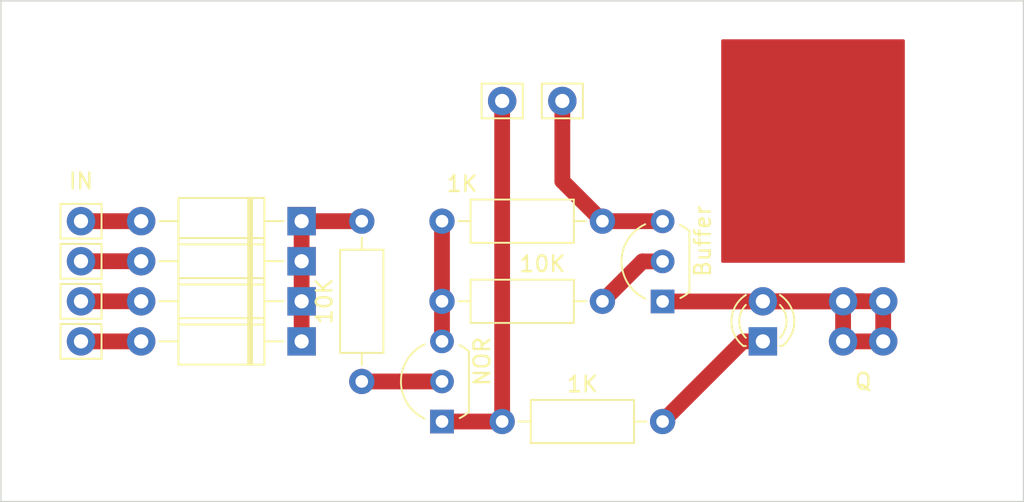
<source format=kicad_pcb>
(kicad_pcb (version 20221018) (generator pcbnew)
  (layers (0 "F.Cu" signal) (31 "B.Cu" signal) (34 "B.Paste" user) (35 "F.Paste" user) (36 "B.SilkS" user "B.Silkscreen") (37 "F.SilkS" user "F.Silkscreen") (38 "B.Mask" user) (39 "F.Mask" user) (44 "Edge.Cuts" user))
  (net 0 "")
  (footprint "Connector_Pin:Pin_D0.9mm_L10.0mm_W2.4mm_FlatFork" (layer "F.Cu") (at 77.47 43.18)
    (fp_text reference "5V" hide)
    (fp_text value "Pin_D0.9mm_L10.0mm_W2.4mm_FlatFork" hide)
    (fp_line (start -1.3 -1.1) (end -1.3 0.6) (stroke (width 0.12)) (layer "F.SilkS"))
    (fp_line (start -1.3 0.6) (end -1.3 1.1) (stroke (width 0.12)) (layer "F.SilkS"))
    (fp_line (start -1.3 1.1) (end 1.3 1.1) (stroke (width 0.12)) (layer "F.SilkS"))
    (fp_line (start 1.3 -1.1) (end -1.3 -1.1) (stroke (width 0.12)) (layer "F.SilkS"))
    (fp_line (start 1.3 1.1) (end 1.3 -1.1) (stroke (width 0.12)) (layer "F.SilkS"))
    (pad "1" thru_hole circle (at 0 0) (size 1.8 1.8) (drill 0.9) (layers "*.Cu" "*.Mask"))
  )
  (footprint "Connector_Pin:Pin_D0.9mm_L10.0mm_W2.4mm_FlatFork" (layer "F.Cu") (at 46.99 55.88)
    (fp_text reference "IN" hide)
    (fp_text value "Pin_D0.9mm_L10.0mm_W2.4mm_FlatFork" hide)
    (fp_line (start -1.3 -1.1) (end -1.3 0.6) (stroke (width 0.12)) (layer "F.SilkS"))
    (fp_line (start -1.3 0.6) (end -1.3 1.1) (stroke (width 0.12)) (layer "F.SilkS"))
    (fp_line (start -1.3 1.1) (end 1.3 1.1) (stroke (width 0.12)) (layer "F.SilkS"))
    (fp_line (start 1.3 -1.1) (end -1.3 -1.1) (stroke (width 0.12)) (layer "F.SilkS"))
    (fp_line (start 1.3 1.1) (end 1.3 -1.1) (stroke (width 0.12)) (layer "F.SilkS"))
    (pad "1" thru_hole circle (at 0 0) (size 1.8 1.8) (drill 0.9) (layers "*.Cu" "*.Mask"))
  )
  (footprint "Package_TO_SOT_THT:TO-92L_Inline_Wide" (layer "F.Cu") (at 69.85 63.5 90)
    (fp_text reference "NOR" (at 3.81 2.54 90) (layer "F.SilkS"))
    (fp_text value "TO-92L_Inline_Wide" hide)
    (fp_line (start 0.6 1.7) (end 4.45 1.7) (stroke (width 0.12)) (layer "F.SilkS"))
    (fp_arc (start 0.1836 -1.098807) (mid 1.143021 -2.192817) (end 2.54 -2.6) (stroke (width 0.12)) (layer "F.SilkS"))
    (fp_arc (start 0.6 1.7) (mid 0.389183 1.423933) (end 0.217369 1.122045) (stroke (width 0.12)) (layer "F.SilkS"))
    (fp_arc (start 2.54 -2.6) (mid 3.936979 -2.192818) (end 4.8964 -1.098807) (stroke (width 0.12)) (layer "F.SilkS"))
    (fp_arc (start 4.842383 1.112264) (mid 4.666594 1.419753) (end 4.45 1.7) (stroke (width 0.12)) (layer "F.SilkS"))
    (pad "1" thru_hole rect (at 0 0 90) (size 1.5 1.5) (drill 0.8) (layers "*.Cu" "*.Mask"))
    (pad "2" thru_hole circle (at 2.54 0 90) (size 1.5 1.5) (drill 0.8) (layers "*.Cu" "*.Mask"))
    (pad "3" thru_hole circle (at 5.08 0 90) (size 1.5 1.5) (drill 0.8) (layers "*.Cu" "*.Mask"))
  )
  (footprint "Resistor_THT:R_Axial_DIN0207_L6.3mm_D2.5mm_P10.16mm_Horizontal" (layer "F.Cu") (at 69.85 55.88)
    (fp_text reference "10K" (at 6.35 -2.37) (layer "F.SilkS"))
    (fp_text value "R_Axial_DIN0207_L6.3mm_D2.5mm_P10.16mm_Horizontal" hide)
    (fp_line (start 1.04 0) (end 1.81 0) (stroke (width 0.12)) (layer "F.SilkS"))
    (fp_line (start 1.81 -1.37) (end 1.81 1.37) (stroke (width 0.12)) (layer "F.SilkS"))
    (fp_line (start 1.81 1.37) (end 8.35 1.37) (stroke (width 0.12)) (layer "F.SilkS"))
    (fp_line (start 8.35 -1.37) (end 1.81 -1.37) (stroke (width 0.12)) (layer "F.SilkS"))
    (fp_line (start 8.35 1.37) (end 8.35 -1.37) (stroke (width 0.12)) (layer "F.SilkS"))
    (fp_line (start 9.12 0) (end 8.35 0) (stroke (width 0.12)) (layer "F.SilkS"))
    (pad "1" thru_hole circle (at 0 0) (size 1.6 1.6) (drill 0.8) (layers "*.Cu" "*.Mask"))
    (pad "2" thru_hole oval (at 10.16 0) (size 1.6 1.6) (drill 0.8) (layers "*.Cu" "*.Mask"))
  )
  (footprint "MountingHole:MountingHole_2.1mm" (layer "F.Cu") (at 101.6 64.77)
    (fp_text reference "" hide)
    (fp_text value "MountingHole_2.1mm" hide)
    (pad "" np_thru_hole circle (at 0 0) (size 2.1 2.1) (drill 2.1) (layers "F&B.Cu" "*.Mask"))
  )
  (footprint "Resistor_THT:R_Axial_DIN0207_L6.3mm_D2.5mm_P10.16mm_Horizontal" (layer "F.Cu") (at 64.77 60.96 90)
    (fp_text reference "10K" (at 5.08 -2.37 90) (layer "F.SilkS"))
    (fp_text value "R_Axial_DIN0207_L6.3mm_D2.5mm_P10.16mm_Horizontal" hide)
    (fp_line (start 1.04 0) (end 1.81 0) (stroke (width 0.12)) (layer "F.SilkS"))
    (fp_line (start 1.81 -1.37) (end 1.81 1.37) (stroke (width 0.12)) (layer "F.SilkS"))
    (fp_line (start 1.81 1.37) (end 8.35 1.37) (stroke (width 0.12)) (layer "F.SilkS"))
    (fp_line (start 8.35 -1.37) (end 1.81 -1.37) (stroke (width 0.12)) (layer "F.SilkS"))
    (fp_line (start 8.35 1.37) (end 8.35 -1.37) (stroke (width 0.12)) (layer "F.SilkS"))
    (fp_line (start 9.12 0) (end 8.35 0) (stroke (width 0.12)) (layer "F.SilkS"))
    (pad "1" thru_hole circle (at 0 0 90) (size 1.6 1.6) (drill 0.8) (layers "*.Cu" "*.Mask"))
    (pad "2" thru_hole oval (at 10.16 0 90) (size 1.6 1.6) (drill 0.8) (layers "*.Cu" "*.Mask"))
  )
  (footprint "" (layer "F.Cu") (at 95.25 58.42)
    (fp_text reference "" (at 0 0) (layer "F.SilkS") (effects (font (size 1.27 1.27))))
    (fp_text value "" (at 0 0) (layer "F.SilkS") (effects (font (size 1.27 1.27))))
    (pad "1" thru_hole circle (at 0 0) (size 1.8 1.8) (drill 0.9) (layers "*.Cu" "*.Mask"))
  )
  (footprint "LED_THT:LED_D3.0mm" (layer "F.Cu") (at 90.17 58.42 90)
    (fp_text reference "REF**" hide)
    (fp_text value "IND")
    (fp_line (start -0.29 -1.236) (end -0.29 -1.08) (stroke (width 0.12)) (layer "F.SilkS"))
    (fp_line (start -0.29 1.08) (end -0.29 1.236) (stroke (width 0.12)) (layer "F.SilkS"))
    (fp_arc (start -0.29 -1.235516) (mid 1.366487 -1.987659) (end 2.942335 -1.078608) (stroke (width 0.12)) (layer "F.SilkS"))
    (fp_arc (start 0.229039 -1.08) (mid 1.270117 -1.5) (end 2.31113 -1.079837) (stroke (width 0.12)) (layer "F.SilkS"))
    (fp_arc (start 2.31113 1.079837) (mid 1.270117 1.5) (end 0.229039 1.08) (stroke (width 0.12)) (layer "F.SilkS"))
    (fp_arc (start 2.942335 1.078608) (mid 1.366487 1.987659) (end -0.29 1.235516) (stroke (width 0.12)) (layer "F.SilkS"))
    (pad "1" thru_hole rect (at 0 0 90) (size 1.8 1.8) (drill 0.9) (layers "*.Cu" "*.Mask"))
    (pad "2" thru_hole circle (at 2.54 0 90) (size 1.8 1.8) (drill 0.9) (layers "*.Cu" "*.Mask"))
  )
  (footprint "Resistor_THT:R_Axial_DIN0207_L6.3mm_D2.5mm_P10.16mm_Horizontal" (layer "F.Cu") (at 69.85 50.8)
    (fp_text reference "1K" (at 1.27 -2.37) (layer "F.SilkS"))
    (fp_text value "R_Axial_DIN0207_L6.3mm_D2.5mm_P10.16mm_Horizontal" hide)
    (fp_line (start 1.04 0) (end 1.81 0) (stroke (width 0.12)) (layer "F.SilkS"))
    (fp_line (start 1.81 -1.37) (end 1.81 1.37) (stroke (width 0.12)) (layer "F.SilkS"))
    (fp_line (start 1.81 1.37) (end 8.35 1.37) (stroke (width 0.12)) (layer "F.SilkS"))
    (fp_line (start 8.35 -1.37) (end 1.81 -1.37) (stroke (width 0.12)) (layer "F.SilkS"))
    (fp_line (start 8.35 1.37) (end 8.35 -1.37) (stroke (width 0.12)) (layer "F.SilkS"))
    (fp_line (start 9.12 0) (end 8.35 0) (stroke (width 0.12)) (layer "F.SilkS"))
    (pad "1" thru_hole circle (at 0 0) (size 1.6 1.6) (drill 0.8) (layers "*.Cu" "*.Mask"))
    (pad "2" thru_hole oval (at 10.16 0) (size 1.6 1.6) (drill 0.8) (layers "*.Cu" "*.Mask"))
  )
  (footprint "Connector_Pin:Pin_D0.9mm_L10.0mm_W2.4mm_FlatFork" (layer "F.Cu") (at 46.99 53.34)
    (fp_text reference "IN" hide)
    (fp_text value "Pin_D0.9mm_L10.0mm_W2.4mm_FlatFork" hide)
    (fp_line (start -1.3 -1.1) (end -1.3 0.6) (stroke (width 0.12)) (layer "F.SilkS"))
    (fp_line (start -1.3 0.6) (end -1.3 1.1) (stroke (width 0.12)) (layer "F.SilkS"))
    (fp_line (start -1.3 1.1) (end 1.3 1.1) (stroke (width 0.12)) (layer "F.SilkS"))
    (fp_line (start 1.3 -1.1) (end -1.3 -1.1) (stroke (width 0.12)) (layer "F.SilkS"))
    (fp_line (start 1.3 1.1) (end 1.3 -1.1) (stroke (width 0.12)) (layer "F.SilkS"))
    (pad "1" thru_hole circle (at 0 0) (size 1.8 1.8) (drill 0.9) (layers "*.Cu" "*.Mask"))
  )
  (footprint "" (layer "F.Cu") (at 97.79 55.88)
    (fp_text reference "" (at 0 0) (layer "F.SilkS") (effects (font (size 1.27 1.27))))
    (fp_text value "" (at 0 0) (layer "F.SilkS") (effects (font (size 1.27 1.27))))
    (pad "1" thru_hole circle (at 0 0) (size 1.8 1.8) (drill 0.9) (layers "*.Cu" "*.Mask"))
  )
  (footprint "Diode_THT:D_A-405_P10.16mm_Horizontal" (layer "F.Cu") (at 60.96 50.8 180)
    (fp_text reference "" (at 5.08 -2.47) (layer "F.SilkS"))
    (fp_text value "D_A-405_P10.16mm_Horizontal" hide)
    (fp_line (start 1.14 0) (end 2.36 0) (stroke (width 0.12)) (layer "F.SilkS"))
    (fp_line (start 2.36 -1.47) (end 2.36 1.47) (stroke (width 0.12)) (layer "F.SilkS"))
    (fp_line (start 2.36 1.47) (end 7.8 1.47) (stroke (width 0.12)) (layer "F.SilkS"))
    (fp_line (start 3.14 -1.47) (end 3.14 1.47) (stroke (width 0.12)) (layer "F.SilkS"))
    (fp_line (start 3.26 -1.47) (end 3.26 1.47) (stroke (width 0.12)) (layer "F.SilkS"))
    (fp_line (start 3.38 -1.47) (end 3.38 1.47) (stroke (width 0.12)) (layer "F.SilkS"))
    (fp_line (start 7.8 -1.47) (end 2.36 -1.47) (stroke (width 0.12)) (layer "F.SilkS"))
    (fp_line (start 7.8 1.47) (end 7.8 -1.47) (stroke (width 0.12)) (layer "F.SilkS"))
    (fp_line (start 9.02 0) (end 7.8 0) (stroke (width 0.12)) (layer "F.SilkS"))
    (pad "1" thru_hole rect (at 0 0 180) (size 1.8 1.8) (drill 0.9) (layers "*.Cu" "*.Mask"))
    (pad "2" thru_hole oval (at 10.16 0 180) (size 1.8 1.8) (drill 0.9) (layers "*.Cu" "*.Mask"))
  )
  (footprint "Diode_THT:D_A-405_P10.16mm_Horizontal" (layer "F.Cu") (at 60.96 53.34 180)
    (fp_text reference "" (at 5.08 -2.47) (layer "F.SilkS"))
    (fp_text value "D_A-405_P10.16mm_Horizontal" hide)
    (fp_line (start 1.14 0) (end 2.36 0) (stroke (width 0.12)) (layer "F.SilkS"))
    (fp_line (start 2.36 -1.47) (end 2.36 1.47) (stroke (width 0.12)) (layer "F.SilkS"))
    (fp_line (start 2.36 1.47) (end 7.8 1.47) (stroke (width 0.12)) (layer "F.SilkS"))
    (fp_line (start 3.14 -1.47) (end 3.14 1.47) (stroke (width 0.12)) (layer "F.SilkS"))
    (fp_line (start 3.26 -1.47) (end 3.26 1.47) (stroke (width 0.12)) (layer "F.SilkS"))
    (fp_line (start 3.38 -1.47) (end 3.38 1.47) (stroke (width 0.12)) (layer "F.SilkS"))
    (fp_line (start 7.8 -1.47) (end 2.36 -1.47) (stroke (width 0.12)) (layer "F.SilkS"))
    (fp_line (start 7.8 1.47) (end 7.8 -1.47) (stroke (width 0.12)) (layer "F.SilkS"))
    (fp_line (start 9.02 0) (end 7.8 0) (stroke (width 0.12)) (layer "F.SilkS"))
    (pad "1" thru_hole rect (at 0 0 180) (size 1.8 1.8) (drill 0.9) (layers "*.Cu" "*.Mask"))
    (pad "2" thru_hole oval (at 10.16 0 180) (size 1.8 1.8) (drill 0.9) (layers "*.Cu" "*.Mask"))
  )
  (footprint "Diode_THT:D_A-405_P10.16mm_Horizontal" (layer "F.Cu") (at 60.96 58.42 180)
    (fp_text reference "" hide)
    (fp_text value "D_A-405_P10.16mm_Horizontal" hide)
    (fp_line (start 1.14 0) (end 2.36 0) (stroke (width 0.12)) (layer "F.SilkS"))
    (fp_line (start 2.36 -1.47) (end 2.36 1.47) (stroke (width 0.12)) (layer "F.SilkS"))
    (fp_line (start 2.36 1.47) (end 7.8 1.47) (stroke (width 0.12)) (layer "F.SilkS"))
    (fp_line (start 3.14 -1.47) (end 3.14 1.47) (stroke (width 0.12)) (layer "F.SilkS"))
    (fp_line (start 3.26 -1.47) (end 3.26 1.47) (stroke (width 0.12)) (layer "F.SilkS"))
    (fp_line (start 3.38 -1.47) (end 3.38 1.47) (stroke (width 0.12)) (layer "F.SilkS"))
    (fp_line (start 7.8 -1.47) (end 2.36 -1.47) (stroke (width 0.12)) (layer "F.SilkS"))
    (fp_line (start 7.8 1.47) (end 7.8 -1.47) (stroke (width 0.12)) (layer "F.SilkS"))
    (fp_line (start 9.02 0) (end 7.8 0) (stroke (width 0.12)) (layer "F.SilkS"))
    (pad "1" thru_hole rect (at 0 0 180) (size 1.8 1.8) (drill 0.9) (layers "*.Cu" "*.Mask"))
    (pad "2" thru_hole oval (at 10.16 0 180) (size 1.8 1.8) (drill 0.9) (layers "*.Cu" "*.Mask"))
  )
  (footprint "Package_TO_SOT_THT:TO-92L_Inline_Wide" (layer "F.Cu") (at 83.82 55.89 90)
    (fp_text reference "Buffer" (at 3.82 2.54 90) (layer "F.SilkS"))
    (fp_text value "TO-92L_Inline_Wide" hide)
    (fp_line (start 0.6 1.7) (end 4.45 1.7) (stroke (width 0.12)) (layer "F.SilkS"))
    (fp_arc (start 0.1836 -1.098807) (mid 1.143021 -2.192817) (end 2.54 -2.6) (stroke (width 0.12)) (layer "F.SilkS"))
    (fp_arc (start 0.6 1.7) (mid 0.389183 1.423933) (end 0.217369 1.122045) (stroke (width 0.12)) (layer "F.SilkS"))
    (fp_arc (start 2.54 -2.6) (mid 3.936979 -2.192818) (end 4.8964 -1.098807) (stroke (width 0.12)) (layer "F.SilkS"))
    (fp_arc (start 4.842383 1.112264) (mid 4.666594 1.419753) (end 4.45 1.7) (stroke (width 0.12)) (layer "F.SilkS"))
    (pad "1" thru_hole rect (at 0 0 90) (size 1.5 1.5) (drill 0.8) (layers "*.Cu" "*.Mask"))
    (pad "2" thru_hole circle (at 2.54 0 90) (size 1.5 1.5) (drill 0.8) (layers "*.Cu" "*.Mask"))
    (pad "3" thru_hole circle (at 5.08 0 90) (size 1.5 1.5) (drill 0.8) (layers "*.Cu" "*.Mask"))
  )
  (footprint "" (layer "F.Cu") (at 95.25 55.88)
    (fp_text reference "" (at 0 0) (layer "F.SilkS") (effects (font (size 1.27 1.27))))
    (fp_text value "" (at 0 0) (layer "F.SilkS") (effects (font (size 1.27 1.27))))
    (pad "1" thru_hole circle (at 0 0) (size 1.8 1.8) (drill 0.9) (layers "*.Cu" "*.Mask"))
  )
  (footprint "MountingHole:MountingHole_2.1mm" (layer "F.Cu") (at 45.72 64.77)
    (fp_text reference "" hide)
    (fp_text value "MountingHole_2.1mm" hide)
    (pad "" np_thru_hole circle (at 0 0) (size 2.1 2.1) (drill 2.1) (layers "F&B.Cu" "*.Mask"))
  )
  (footprint "" (layer "F.Cu") (at 97.79 58.42)
    (fp_text reference "" (at 0 0) (layer "F.SilkS") (effects (font (size 1.27 1.27))))
    (fp_text value "" (at 0 0) (layer "F.SilkS") (effects (font (size 1.27 1.27))))
    (pad "1" thru_hole circle (at 0 0) (size 1.8 1.8) (drill 0.9) (layers "*.Cu" "*.Mask"))
  )
  (footprint "Connector_Pin:Pin_D0.9mm_L10.0mm_W2.4mm_FlatFork" (layer "F.Cu") (at 73.66 43.18)
    (fp_text reference "GND" hide)
    (fp_text value "Pin_D0.9mm_L10.0mm_W2.4mm_FlatFork" hide)
    (fp_line (start -1.3 -1.1) (end -1.3 0.6) (stroke (width 0.12)) (layer "F.SilkS"))
    (fp_line (start -1.3 0.6) (end -1.3 1.1) (stroke (width 0.12)) (layer "F.SilkS"))
    (fp_line (start -1.3 1.1) (end 1.3 1.1) (stroke (width 0.12)) (layer "F.SilkS"))
    (fp_line (start 1.3 -1.1) (end -1.3 -1.1) (stroke (width 0.12)) (layer "F.SilkS"))
    (fp_line (start 1.3 1.1) (end 1.3 -1.1) (stroke (width 0.12)) (layer "F.SilkS"))
    (pad "1" thru_hole circle (at 0 0) (size 1.8 1.8) (drill 0.9) (layers "*.Cu" "*.Mask"))
  )
  (footprint "Diode_THT:D_A-405_P10.16mm_Horizontal" (layer "F.Cu") (at 60.96 55.88 180)
    (fp_text reference "" (at 5.08 -2.47) (layer "F.SilkS"))
    (fp_text value "D_A-405_P10.16mm_Horizontal" hide)
    (fp_line (start 1.14 0) (end 2.36 0) (stroke (width 0.12)) (layer "F.SilkS"))
    (fp_line (start 2.36 -1.47) (end 2.36 1.47) (stroke (width 0.12)) (layer "F.SilkS"))
    (fp_line (start 2.36 1.47) (end 7.8 1.47) (stroke (width 0.12)) (layer "F.SilkS"))
    (fp_line (start 3.14 -1.47) (end 3.14 1.47) (stroke (width 0.12)) (layer "F.SilkS"))
    (fp_line (start 3.26 -1.47) (end 3.26 1.47) (stroke (width 0.12)) (layer "F.SilkS"))
    (fp_line (start 3.38 -1.47) (end 3.38 1.47) (stroke (width 0.12)) (layer "F.SilkS"))
    (fp_line (start 7.8 -1.47) (end 2.36 -1.47) (stroke (width 0.12)) (layer "F.SilkS"))
    (fp_line (start 7.8 1.47) (end 7.8 -1.47) (stroke (width 0.12)) (layer "F.SilkS"))
    (fp_line (start 9.02 0) (end 7.8 0) (stroke (width 0.12)) (layer "F.SilkS"))
    (pad "1" thru_hole rect (at 0 0 180) (size 1.8 1.8) (drill 0.9) (layers "*.Cu" "*.Mask"))
    (pad "2" thru_hole oval (at 10.16 0 180) (size 1.8 1.8) (drill 0.9) (layers "*.Cu" "*.Mask"))
  )
  (footprint "Resistor_THT:R_Axial_DIN0207_L6.3mm_D2.5mm_P10.16mm_Horizontal" (layer "F.Cu") (at 73.66 63.5)
    (fp_text reference "1K" (at 5.08 -2.37) (layer "F.SilkS"))
    (fp_text value "R_Axial_DIN0207_L6.3mm_D2.5mm_P10.16mm_Horizontal" hide)
    (fp_line (start 1.04 0) (end 1.81 0) (stroke (width 0.12)) (layer "F.SilkS"))
    (fp_line (start 1.81 -1.37) (end 1.81 1.37) (stroke (width 0.12)) (layer "F.SilkS"))
    (fp_line (start 1.81 1.37) (end 8.35 1.37) (stroke (width 0.12)) (layer "F.SilkS"))
    (fp_line (start 8.35 -1.37) (end 1.81 -1.37) (stroke (width 0.12)) (layer "F.SilkS"))
    (fp_line (start 8.35 1.37) (end 8.35 -1.37) (stroke (width 0.12)) (layer "F.SilkS"))
    (fp_line (start 9.12 0) (end 8.35 0) (stroke (width 0.12)) (layer "F.SilkS"))
    (pad "1" thru_hole circle (at 0 0) (size 1.6 1.6) (drill 0.8) (layers "*.Cu" "*.Mask"))
    (pad "2" thru_hole oval (at 10.16 0) (size 1.6 1.6) (drill 0.8) (layers "*.Cu" "*.Mask"))
  )
  (footprint "MountingHole:MountingHole_2.1mm" (layer "F.Cu") (at 45.72 40.64)
    (fp_text reference "" hide)
    (fp_text value "MountingHole_2.1mm" hide)
    (pad "" np_thru_hole circle (at 0 0) (size 2.1 2.1) (drill 2.1) (layers "F&B.Cu" "*.Mask"))
  )
  (footprint "Connector_Pin:Pin_D0.9mm_L10.0mm_W2.4mm_FlatFork" (layer "F.Cu") (at 46.99 58.42)
    (fp_text reference "IN" hide)
    (fp_text value "Pin_D0.9mm_L10.0mm_W2.4mm_FlatFork" hide)
    (fp_line (start -1.3 -1.1) (end -1.3 0.6) (stroke (width 0.12)) (layer "F.SilkS"))
    (fp_line (start -1.3 0.6) (end -1.3 1.1) (stroke (width 0.12)) (layer "F.SilkS"))
    (fp_line (start -1.3 1.1) (end 1.3 1.1) (stroke (width 0.12)) (layer "F.SilkS"))
    (fp_line (start 1.3 -1.1) (end -1.3 -1.1) (stroke (width 0.12)) (layer "F.SilkS"))
    (fp_line (start 1.3 1.1) (end 1.3 -1.1) (stroke (width 0.12)) (layer "F.SilkS"))
    (pad "1" thru_hole circle (at 0 0) (size 1.8 1.8) (drill 0.9) (layers "*.Cu" "*.Mask"))
  )
  (footprint "Connector_Pin:Pin_D0.9mm_L10.0mm_W2.4mm_FlatFork" (layer "F.Cu") (at 46.99 50.8)
    (fp_text reference "IN" hide)
    (fp_text value "Pin_D0.9mm_L10.0mm_W2.4mm_FlatFork" hide)
    (fp_line (start -1.3 -1.1) (end -1.3 0.6) (stroke (width 0.12)) (layer "F.SilkS"))
    (fp_line (start -1.3 0.6) (end -1.3 1.1) (stroke (width 0.12)) (layer "F.SilkS"))
    (fp_line (start -1.3 1.1) (end 1.3 1.1) (stroke (width 0.12)) (layer "F.SilkS"))
    (fp_line (start 1.3 -1.1) (end -1.3 -1.1) (stroke (width 0.12)) (layer "F.SilkS"))
    (fp_line (start 1.3 1.1) (end 1.3 -1.1) (stroke (width 0.12)) (layer "F.SilkS"))
    (pad "1" thru_hole circle (at 0 0) (size 1.8 1.8) (drill 0.9) (layers "*.Cu" "*.Mask"))
  )
  (footprint "MountingHole:MountingHole_2.1mm" (layer "F.Cu") (at 102.87 40.64)
    (fp_text reference "" hide)
    (fp_text value "MountingHole_2.1mm" hide)
    (pad "" np_thru_hole circle (at 0 0) (size 2.1 2.1) (drill 2.1) (layers "F&B.Cu" "*.Mask"))
  )
  (gr_poly (pts (xy 99.06 39.37) (xy 99.06 53.34) (xy 87.63 53.34) (xy 87.63 39.37)) (stroke (width 0.2)) (fill solid) (layer "F.Cu"))
  (gr_rect (start 41.91 36.83) (end 106.68 68.58) (stroke (width 0.1)) (fill none) (layer "Edge.Cuts"))
  (gr_text "Q\n" (at 96.52 60.96) (layer "F.SilkS") (effects (font (size 1 1))))
  (gr_text "IN" (at 46.99 48.26) (layer "F.SilkS") (effects (font (size 1 1))))
  (segment (start 69.85 58.42) (end 69.85 50.8) (width 1) (layer "F.Cu") (net 0))
  (segment (start 46.99 53.34) (end 50.8 53.34) (width 1) (layer "F.Cu") (net 0))
  (segment (start 69.85 60.96) (end 64.77 60.96) (width 1) (layer "F.Cu") (net 0))
  (segment (start 73.66 63.5) (end 69.85 63.5) (width 1) (layer "F.Cu") (net 0))
  (segment (start 80.01 50.8) (end 83.81 50.8) (width 1) (layer "F.Cu") (net 0))
  (segment (start 97.79 58.42) (end 97.79 55.88) (width 1) (layer "F.Cu") (net 0))
  (segment (start 46.99 58.42) (end 50.8 58.42) (width 1) (layer "F.Cu") (net 0))
  (segment (start 73.66 63.5) (end 73.66 43.18) (width 1) (layer "F.Cu") (net 0))
  (segment (start 60.96 58.42) (end 60.96 50.8) (width 1) (layer "F.Cu") (net 0))
  (segment (start 50.8 55.88) (end 46.99 55.88) (width 1) (layer "F.Cu") (net 0))
  (segment (start 82.54 53.35) (end 80.01 55.88) (width 1) (layer "F.Cu") (net 0))
  (segment (start 95.25 58.42) (end 97.79 58.42) (width 1) (layer "F.Cu") (net 0))
  (segment (start 83.82 53.35) (end 82.54 53.35) (width 1) (layer "F.Cu") (net 0))
  (segment (start 97.79 55.88) (end 95.25 55.88) (width 1) (layer "F.Cu") (net 0))
  (segment (start 77.47 44.45) (end 77.47 43.18) (width 1) (layer "F.Cu") (net 0))
  (segment (start 80.01 50.8) (end 77.47 48.26) (width 1) (layer "F.Cu") (net 0))
  (segment (start 77.47 48.26) (end 77.47 44.45) (width 1) (layer "F.Cu") (net 0))
  (segment (start 46.99 50.8) (end 50.8 50.8) (width 1) (layer "F.Cu") (net 0))
  (segment (start 90.17 58.42) (end 88.9 58.42) (width 1) (layer "F.Cu") (net 0))
  (segment (start 90.17 55.88) (end 96.52 55.88) (width 1) (layer "F.Cu") (net 0))
  (segment (start 60.96 50.8) (end 64.77 50.8) (width 1) (layer "F.Cu") (net 0))
  (segment (start 83.82 55.89) (end 95.26 55.89) (width 1) (layer "F.Cu") (net 0))
  (segment (start 88.9 58.42) (end 83.82 63.5) (width 1) (layer "F.Cu") (net 0))
  (segment (start 95.25 55.88) (end 95.25 58.42) (width 1) (layer "F.Cu") (net 0))
  (segment (start 83.81 50.8) (end 83.82 50.81) (width 1) (layer "F.Cu") (net 0))
)
</source>
